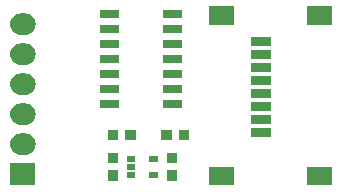
<source format=gts>
%TF.GenerationSoftware,KiCad,Pcbnew,4.0.4+e1-6308~48~ubuntu16.04.1-stable*%
%TF.CreationDate,2017-01-03T17:52:22-08:00*%
%TF.ProjectId,sd-micro-hinged-5009010801-breakout,73642D6D6963726F2D68696E6765642D,v1.0*%
%TF.FileFunction,Soldermask,Top*%
%FSLAX46Y46*%
G04 Gerber Fmt 4.6, Leading zero omitted, Abs format (unit mm)*
G04 Created by KiCad (PCBNEW 4.0.4+e1-6308~48~ubuntu16.04.1-stable) date Tue Jan  3 17:52:22 2017*
%MOMM*%
%LPD*%
G01*
G04 APERTURE LIST*
%ADD10C,0.350000*%
G04 APERTURE END LIST*
D10*
G36*
X135617800Y-107616300D02*
X133516200Y-107616300D01*
X133516200Y-106064700D01*
X135617800Y-106064700D01*
X135617800Y-107616300D01*
X135617800Y-107616300D01*
G37*
G36*
X127317800Y-107616300D02*
X125216200Y-107616300D01*
X125216200Y-106064700D01*
X127317800Y-106064700D01*
X127317800Y-107616300D01*
X127317800Y-107616300D01*
G37*
G36*
X110540800Y-107594400D02*
X108407200Y-107594400D01*
X108407200Y-105765600D01*
X110540800Y-105765600D01*
X110540800Y-107594400D01*
X110540800Y-107594400D01*
G37*
G36*
X122536300Y-107257800D02*
X121684700Y-107257800D01*
X121684700Y-106356200D01*
X122536300Y-106356200D01*
X122536300Y-107257800D01*
X122536300Y-107257800D01*
G37*
G36*
X117519800Y-107245800D02*
X116668200Y-107245800D01*
X116668200Y-106344200D01*
X117519800Y-106344200D01*
X117519800Y-107245800D01*
X117519800Y-107245800D01*
G37*
G36*
X120873800Y-106970800D02*
X120172200Y-106970800D01*
X120172200Y-106449200D01*
X120873800Y-106449200D01*
X120873800Y-106970800D01*
X120873800Y-106970800D01*
G37*
G36*
X118973800Y-106970800D02*
X118272200Y-106970800D01*
X118272200Y-106449200D01*
X118973800Y-106449200D01*
X118973800Y-106970800D01*
X118973800Y-106970800D01*
G37*
G36*
X118973800Y-106320800D02*
X118272200Y-106320800D01*
X118272200Y-105799200D01*
X118973800Y-105799200D01*
X118973800Y-106320800D01*
X118973800Y-106320800D01*
G37*
G36*
X122536300Y-105757800D02*
X121684700Y-105757800D01*
X121684700Y-104856200D01*
X122536300Y-104856200D01*
X122536300Y-105757800D01*
X122536300Y-105757800D01*
G37*
G36*
X117519800Y-105745800D02*
X116668200Y-105745800D01*
X116668200Y-104844200D01*
X117519800Y-104844200D01*
X117519800Y-105745800D01*
X117519800Y-105745800D01*
G37*
G36*
X120873800Y-105670800D02*
X120172200Y-105670800D01*
X120172200Y-105149200D01*
X120873800Y-105149200D01*
X120873800Y-105670800D01*
X120873800Y-105670800D01*
G37*
G36*
X118973800Y-105670800D02*
X118272200Y-105670800D01*
X118272200Y-105149200D01*
X118973800Y-105149200D01*
X118973800Y-105670800D01*
X118973800Y-105670800D01*
G37*
G36*
X109642273Y-103225674D02*
X109642279Y-103225675D01*
X109644329Y-103225689D01*
X109821676Y-103245582D01*
X109991782Y-103299543D01*
X110148168Y-103385516D01*
X110284876Y-103500228D01*
X110396699Y-103639308D01*
X110479379Y-103797460D01*
X110529765Y-103968659D01*
X110529768Y-103968690D01*
X110529772Y-103968704D01*
X110545941Y-104146380D01*
X110527292Y-104323818D01*
X110527291Y-104323823D01*
X110527286Y-104323866D01*
X110474514Y-104494344D01*
X110389634Y-104651326D01*
X110275880Y-104788831D01*
X110137583Y-104901623D01*
X109980013Y-104985405D01*
X109809170Y-105036985D01*
X109631562Y-105054400D01*
X109316403Y-105054400D01*
X109305727Y-105054326D01*
X109305721Y-105054325D01*
X109303671Y-105054311D01*
X109126324Y-105034418D01*
X108956218Y-104980457D01*
X108799832Y-104894484D01*
X108663124Y-104779772D01*
X108551301Y-104640692D01*
X108468621Y-104482540D01*
X108418235Y-104311341D01*
X108418232Y-104311310D01*
X108418228Y-104311296D01*
X108402059Y-104133620D01*
X108420708Y-103956182D01*
X108420709Y-103956177D01*
X108420714Y-103956134D01*
X108473486Y-103785656D01*
X108558366Y-103628674D01*
X108672120Y-103491169D01*
X108810417Y-103378377D01*
X108967987Y-103294595D01*
X109138830Y-103243015D01*
X109316438Y-103225600D01*
X109631597Y-103225600D01*
X109642273Y-103225674D01*
X109642273Y-103225674D01*
G37*
G36*
X123565300Y-103740300D02*
X122663700Y-103740300D01*
X122663700Y-102888700D01*
X123565300Y-102888700D01*
X123565300Y-103740300D01*
X123565300Y-103740300D01*
G37*
G36*
X122065300Y-103740300D02*
X121163700Y-103740300D01*
X121163700Y-102888700D01*
X122065300Y-102888700D01*
X122065300Y-103740300D01*
X122065300Y-103740300D01*
G37*
G36*
X119044800Y-103740300D02*
X118143200Y-103740300D01*
X118143200Y-102888700D01*
X119044800Y-102888700D01*
X119044800Y-103740300D01*
X119044800Y-103740300D01*
G37*
G36*
X117544800Y-103740300D02*
X116643200Y-103740300D01*
X116643200Y-102888700D01*
X117544800Y-102888700D01*
X117544800Y-103740300D01*
X117544800Y-103740300D01*
G37*
G36*
X130517800Y-103541300D02*
X128816200Y-103541300D01*
X128816200Y-102739700D01*
X130517800Y-102739700D01*
X130517800Y-103541300D01*
X130517800Y-103541300D01*
G37*
G36*
X109642273Y-100685674D02*
X109642279Y-100685675D01*
X109644329Y-100685689D01*
X109821676Y-100705582D01*
X109991782Y-100759543D01*
X110148168Y-100845516D01*
X110284876Y-100960228D01*
X110396699Y-101099308D01*
X110479379Y-101257460D01*
X110529765Y-101428659D01*
X110529768Y-101428690D01*
X110529772Y-101428704D01*
X110545941Y-101606380D01*
X110527292Y-101783818D01*
X110527291Y-101783823D01*
X110527286Y-101783866D01*
X110474514Y-101954344D01*
X110389634Y-102111326D01*
X110275880Y-102248831D01*
X110137583Y-102361623D01*
X109980013Y-102445405D01*
X109809170Y-102496985D01*
X109631562Y-102514400D01*
X109316403Y-102514400D01*
X109305727Y-102514326D01*
X109305721Y-102514325D01*
X109303671Y-102514311D01*
X109126324Y-102494418D01*
X108956218Y-102440457D01*
X108799832Y-102354484D01*
X108663124Y-102239772D01*
X108551301Y-102100692D01*
X108468621Y-101942540D01*
X108418235Y-101771341D01*
X108418232Y-101771310D01*
X108418228Y-101771296D01*
X108402059Y-101593620D01*
X108420708Y-101416182D01*
X108420709Y-101416177D01*
X108420714Y-101416134D01*
X108473486Y-101245656D01*
X108558366Y-101088674D01*
X108672120Y-100951169D01*
X108810417Y-100838377D01*
X108967987Y-100754595D01*
X109138830Y-100703015D01*
X109316438Y-100685600D01*
X109631597Y-100685600D01*
X109642273Y-100685674D01*
X109642273Y-100685674D01*
G37*
G36*
X130517800Y-102441300D02*
X128816200Y-102441300D01*
X128816200Y-101639700D01*
X130517800Y-101639700D01*
X130517800Y-102441300D01*
X130517800Y-102441300D01*
G37*
G36*
X130517800Y-101341300D02*
X128816200Y-101341300D01*
X128816200Y-100539700D01*
X130517800Y-100539700D01*
X130517800Y-101341300D01*
X130517800Y-101341300D01*
G37*
G36*
X117577300Y-101061800D02*
X115975700Y-101061800D01*
X115975700Y-100360200D01*
X117577300Y-100360200D01*
X117577300Y-101061800D01*
X117577300Y-101061800D01*
G37*
G36*
X122977300Y-101061800D02*
X121375700Y-101061800D01*
X121375700Y-100360200D01*
X122977300Y-100360200D01*
X122977300Y-101061800D01*
X122977300Y-101061800D01*
G37*
G36*
X130517800Y-100241300D02*
X128816200Y-100241300D01*
X128816200Y-99439700D01*
X130517800Y-99439700D01*
X130517800Y-100241300D01*
X130517800Y-100241300D01*
G37*
G36*
X109642273Y-98145674D02*
X109642279Y-98145675D01*
X109644329Y-98145689D01*
X109821676Y-98165582D01*
X109991782Y-98219543D01*
X110148168Y-98305516D01*
X110284876Y-98420228D01*
X110396699Y-98559308D01*
X110479379Y-98717460D01*
X110529765Y-98888659D01*
X110529768Y-98888690D01*
X110529772Y-98888704D01*
X110545941Y-99066380D01*
X110527292Y-99243818D01*
X110527291Y-99243823D01*
X110527286Y-99243866D01*
X110474514Y-99414344D01*
X110389634Y-99571326D01*
X110275880Y-99708831D01*
X110137583Y-99821623D01*
X109980013Y-99905405D01*
X109809170Y-99956985D01*
X109631562Y-99974400D01*
X109316403Y-99974400D01*
X109305727Y-99974326D01*
X109305721Y-99974325D01*
X109303671Y-99974311D01*
X109126324Y-99954418D01*
X108956218Y-99900457D01*
X108799832Y-99814484D01*
X108663124Y-99699772D01*
X108551301Y-99560692D01*
X108468621Y-99402540D01*
X108418235Y-99231341D01*
X108418232Y-99231310D01*
X108418228Y-99231296D01*
X108402059Y-99053620D01*
X108420708Y-98876182D01*
X108420709Y-98876177D01*
X108420714Y-98876134D01*
X108473486Y-98705656D01*
X108558366Y-98548674D01*
X108672120Y-98411169D01*
X108810417Y-98298377D01*
X108967987Y-98214595D01*
X109138830Y-98163015D01*
X109316438Y-98145600D01*
X109631597Y-98145600D01*
X109642273Y-98145674D01*
X109642273Y-98145674D01*
G37*
G36*
X122977300Y-99791800D02*
X121375700Y-99791800D01*
X121375700Y-99090200D01*
X122977300Y-99090200D01*
X122977300Y-99791800D01*
X122977300Y-99791800D01*
G37*
G36*
X117577300Y-99791800D02*
X115975700Y-99791800D01*
X115975700Y-99090200D01*
X117577300Y-99090200D01*
X117577300Y-99791800D01*
X117577300Y-99791800D01*
G37*
G36*
X130517800Y-99141300D02*
X128816200Y-99141300D01*
X128816200Y-98339700D01*
X130517800Y-98339700D01*
X130517800Y-99141300D01*
X130517800Y-99141300D01*
G37*
G36*
X117577300Y-98521800D02*
X115975700Y-98521800D01*
X115975700Y-97820200D01*
X117577300Y-97820200D01*
X117577300Y-98521800D01*
X117577300Y-98521800D01*
G37*
G36*
X122977300Y-98521800D02*
X121375700Y-98521800D01*
X121375700Y-97820200D01*
X122977300Y-97820200D01*
X122977300Y-98521800D01*
X122977300Y-98521800D01*
G37*
G36*
X130517800Y-98041300D02*
X128816200Y-98041300D01*
X128816200Y-97239700D01*
X130517800Y-97239700D01*
X130517800Y-98041300D01*
X130517800Y-98041300D01*
G37*
G36*
X109642273Y-95605674D02*
X109642279Y-95605675D01*
X109644329Y-95605689D01*
X109821676Y-95625582D01*
X109991782Y-95679543D01*
X110148168Y-95765516D01*
X110284876Y-95880228D01*
X110396699Y-96019308D01*
X110479379Y-96177460D01*
X110529765Y-96348659D01*
X110529768Y-96348690D01*
X110529772Y-96348704D01*
X110545941Y-96526380D01*
X110527292Y-96703818D01*
X110527291Y-96703823D01*
X110527286Y-96703866D01*
X110474514Y-96874344D01*
X110389634Y-97031326D01*
X110275880Y-97168831D01*
X110137583Y-97281623D01*
X109980013Y-97365405D01*
X109809170Y-97416985D01*
X109631562Y-97434400D01*
X109316403Y-97434400D01*
X109305727Y-97434326D01*
X109305721Y-97434325D01*
X109303671Y-97434311D01*
X109126324Y-97414418D01*
X108956218Y-97360457D01*
X108799832Y-97274484D01*
X108663124Y-97159772D01*
X108551301Y-97020692D01*
X108468621Y-96862540D01*
X108418235Y-96691341D01*
X108418232Y-96691310D01*
X108418228Y-96691296D01*
X108402059Y-96513620D01*
X108420708Y-96336182D01*
X108420709Y-96336177D01*
X108420714Y-96336134D01*
X108473486Y-96165656D01*
X108558366Y-96008674D01*
X108672120Y-95871169D01*
X108810417Y-95758377D01*
X108967987Y-95674595D01*
X109138830Y-95623015D01*
X109316438Y-95605600D01*
X109631597Y-95605600D01*
X109642273Y-95605674D01*
X109642273Y-95605674D01*
G37*
G36*
X117577300Y-97251800D02*
X115975700Y-97251800D01*
X115975700Y-96550200D01*
X117577300Y-96550200D01*
X117577300Y-97251800D01*
X117577300Y-97251800D01*
G37*
G36*
X122977300Y-97251800D02*
X121375700Y-97251800D01*
X121375700Y-96550200D01*
X122977300Y-96550200D01*
X122977300Y-97251800D01*
X122977300Y-97251800D01*
G37*
G36*
X130517800Y-96941300D02*
X128816200Y-96941300D01*
X128816200Y-96139700D01*
X130517800Y-96139700D01*
X130517800Y-96941300D01*
X130517800Y-96941300D01*
G37*
G36*
X122977300Y-95981800D02*
X121375700Y-95981800D01*
X121375700Y-95280200D01*
X122977300Y-95280200D01*
X122977300Y-95981800D01*
X122977300Y-95981800D01*
G37*
G36*
X117577300Y-95981800D02*
X115975700Y-95981800D01*
X115975700Y-95280200D01*
X117577300Y-95280200D01*
X117577300Y-95981800D01*
X117577300Y-95981800D01*
G37*
G36*
X130517800Y-95841300D02*
X128816200Y-95841300D01*
X128816200Y-95039700D01*
X130517800Y-95039700D01*
X130517800Y-95841300D01*
X130517800Y-95841300D01*
G37*
G36*
X109642273Y-93065674D02*
X109642279Y-93065675D01*
X109644329Y-93065689D01*
X109821676Y-93085582D01*
X109991782Y-93139543D01*
X110148168Y-93225516D01*
X110284876Y-93340228D01*
X110396699Y-93479308D01*
X110479379Y-93637460D01*
X110529765Y-93808659D01*
X110529768Y-93808690D01*
X110529772Y-93808704D01*
X110545941Y-93986380D01*
X110527292Y-94163818D01*
X110527291Y-94163823D01*
X110527286Y-94163866D01*
X110474514Y-94334344D01*
X110389634Y-94491326D01*
X110275880Y-94628831D01*
X110137583Y-94741623D01*
X109980013Y-94825405D01*
X109809170Y-94876985D01*
X109631562Y-94894400D01*
X109316403Y-94894400D01*
X109305727Y-94894326D01*
X109305721Y-94894325D01*
X109303671Y-94894311D01*
X109126324Y-94874418D01*
X108956218Y-94820457D01*
X108799832Y-94734484D01*
X108663124Y-94619772D01*
X108551301Y-94480692D01*
X108468621Y-94322540D01*
X108418235Y-94151341D01*
X108418232Y-94151310D01*
X108418228Y-94151296D01*
X108402059Y-93973620D01*
X108420708Y-93796182D01*
X108420709Y-93796177D01*
X108420714Y-93796134D01*
X108473486Y-93625656D01*
X108558366Y-93468674D01*
X108672120Y-93331169D01*
X108810417Y-93218377D01*
X108967987Y-93134595D01*
X109138830Y-93083015D01*
X109316438Y-93065600D01*
X109631597Y-93065600D01*
X109642273Y-93065674D01*
X109642273Y-93065674D01*
G37*
G36*
X117577300Y-94711800D02*
X115975700Y-94711800D01*
X115975700Y-94010200D01*
X117577300Y-94010200D01*
X117577300Y-94711800D01*
X117577300Y-94711800D01*
G37*
G36*
X122977300Y-94711800D02*
X121375700Y-94711800D01*
X121375700Y-94010200D01*
X122977300Y-94010200D01*
X122977300Y-94711800D01*
X122977300Y-94711800D01*
G37*
G36*
X127317800Y-94016300D02*
X125216200Y-94016300D01*
X125216200Y-92464700D01*
X127317800Y-92464700D01*
X127317800Y-94016300D01*
X127317800Y-94016300D01*
G37*
G36*
X135617800Y-94016300D02*
X133516200Y-94016300D01*
X133516200Y-92464700D01*
X135617800Y-92464700D01*
X135617800Y-94016300D01*
X135617800Y-94016300D01*
G37*
G36*
X117577300Y-93441800D02*
X115975700Y-93441800D01*
X115975700Y-92740200D01*
X117577300Y-92740200D01*
X117577300Y-93441800D01*
X117577300Y-93441800D01*
G37*
G36*
X122977300Y-93441800D02*
X121375700Y-93441800D01*
X121375700Y-92740200D01*
X122977300Y-92740200D01*
X122977300Y-93441800D01*
X122977300Y-93441800D01*
G37*
M02*

</source>
